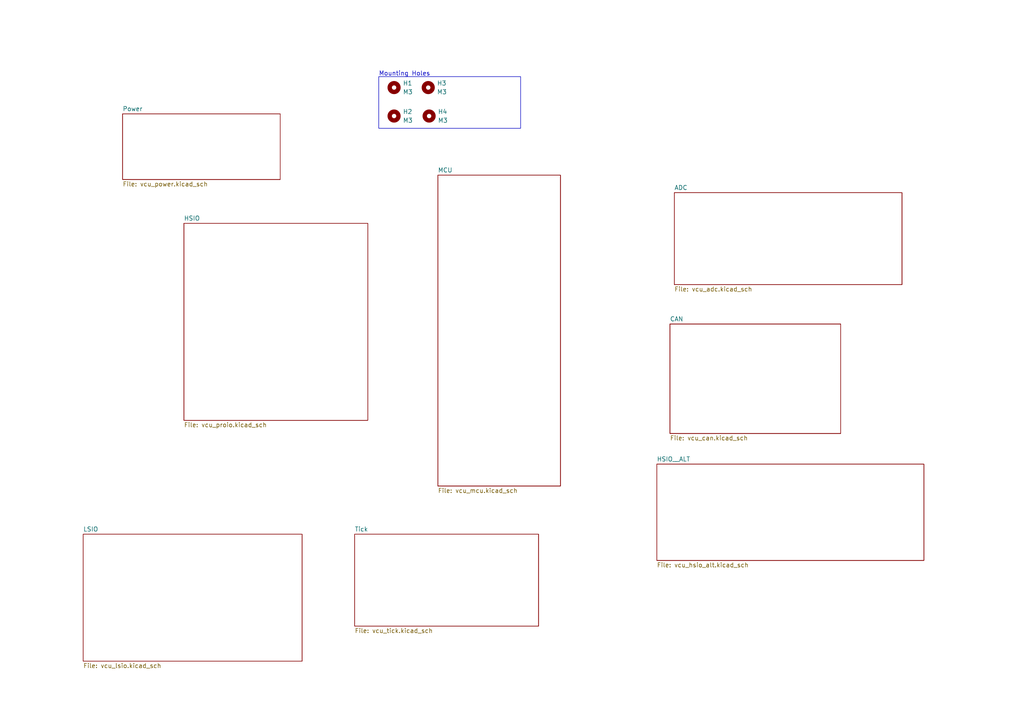
<source format=kicad_sch>
(kicad_sch (version 20250114) (generator "eeschema") (generator_version "9.0")
  (paper "A4")
  (lib_symbols
    (symbol "Mechanical:MountingHole" (pin_names (offset 1.016))
      (property "Reference" "H" (at 0 5.08 0))
      (property "Value" "MountingHole" (at 0 3.175 0))
      (symbol "MountingHole_0_1"
        (circle (center 0 0) (radius 1.27) (stroke (width 1.27)))
      )
    )
  )
  (rectangle (start 109.855 22.225) (end 151.003 37.211))
  (text "Mounting Holes" (at 109.855 22.225 0) (effects (font (size 1.27 1.27)) (justify left bottom)))
  (symbol (lib_id "Mechanical:MountingHole") (at 124.46 33.655 0) (unit 1)
    (property "Reference" "H4" (at 127 32.3849 0) (effects (justify left)))
    (property "Value" "M3" (at 127 34.9249 0) (effects (justify left)))
    (property "Footprint" "MountingHole:MountingHole_3.2mm_M3" (effects (hide yes)))
    (property "Optional" "False" (effects (hide yes)))
  )
  (symbol (lib_id "Mechanical:MountingHole") (at 114.3 33.655 0) (unit 1)
    (property "Reference" "H2" (at 116.84 32.3849 0) (effects (justify left)))
    (property "Value" "M3" (at 116.84 34.9249 0) (effects (justify left)))
    (property "Footprint" "MountingHole:MountingHole_3.2mm_M3" (effects (hide yes)))
    (property "Optional" "False" (effects (hide yes)))
  )
  (symbol (lib_id "Mechanical:MountingHole") (at 124.206 25.4 0) (unit 1)
    (property "Reference" "H3" (at 126.746 24.1299 0) (effects (justify left)))
    (property "Value" "M3" (at 126.746 26.6699 0) (effects (justify left)))
    (property "Footprint" "MountingHole:MountingHole_3.2mm_M3" (effects (hide yes)))
    (property "Optional" "False" (effects (hide yes)))
  )
  (symbol (lib_id "Mechanical:MountingHole") (at 114.3 25.4 0) (unit 1)
    (property "Reference" "H1" (at 116.84 24.1299 0) (effects (justify left)))
    (property "Value" "M3" (at 116.84 26.6699 0) (effects (justify left)))
    (property "Footprint" "MountingHole:MountingHole_3.2mm_M3" (effects (hide yes)))
    (property "Optional" "False" (effects (hide yes)))
  )
  (sheet (at 53.34 64.77) (size 53.34 57.15) (stroke (width 0.1524))
    (property "Sheetname" "HSIO" (at 53.34 64.0584 0) (effects (justify left bottom)))
    (property "Sheetfile" "vcu_proio.kicad_sch" (at 53.34 122.5046 0) (effects (justify left top)))
  )
  (sheet (at 195.58 55.88) (size 66.04 26.67) (stroke (width 0.1524))
    (property "Sheetname" "ADC" (at 195.58 55.1684 0) (effects (justify left bottom)))
    (property "Sheetfile" "vcu_adc.kicad_sch" (at 195.58 83.1346 0) (effects (justify left top)))
  )
  (sheet (at 35.56 33.02) (size 45.72 19.05) (stroke (width 0.1524))
    (property "Sheetname" "Power" (at 35.56 32.3084 0) (effects (justify left bottom)))
    (property "Sheetfile" "vcu_power.kicad_sch" (at 35.56 52.6546 0) (effects (justify left top)))
  )
  (sheet (at 102.87 154.94) (size 53.34 26.67) (stroke (width 0.1524))
    (property "Sheetname" "Tick" (at 102.87 154.2284 0) (effects (justify left bottom)))
    (property "Sheetfile" "vcu_tick.kicad_sch" (at 102.87 182.1946 0) (effects (justify left top)))
  )
  (sheet (at 127 50.8) (size 35.56 90.17) (stroke (width 0.1524))
    (property "Sheetname" "MCU" (at 127 50.0884 0) (effects (justify left bottom)))
    (property "Sheetfile" "vcu_mcu.kicad_sch" (at 127 141.5546 0) (effects (justify left top)))
  )
  (sheet (at 24.13 154.94) (size 63.5 36.83) (stroke (width 0.1524))
    (property "Sheetname" "LSIO" (at 24.13 154.2284 0) (effects (justify left bottom)))
    (property "Sheetfile" "vcu_lsio.kicad_sch" (at 24.13 192.3546 0) (effects (justify left top)))
  )
  (sheet (at 190.5 134.62) (size 77.47 27.94) (stroke (width 0.1524))
    (property "Sheetname" "HSIO__ALT" (at 190.5 133.9084 0) (effects (justify left bottom)))
    (property "Sheetfile" "vcu_hsio_alt.kicad_sch" (at 190.5 163.1446 0) (effects (justify left top)))
  )
  (sheet (at 194.31 93.98) (size 49.53 31.75) (stroke (width 0.1524))
    (property "Sheetname" "CAN" (at 194.31 93.2684 0) (effects (justify left bottom)))
    (property "Sheetfile" "vcu_can.kicad_sch" (at 194.31 126.3146 0) (effects (justify left top)))
  )
)
</source>
